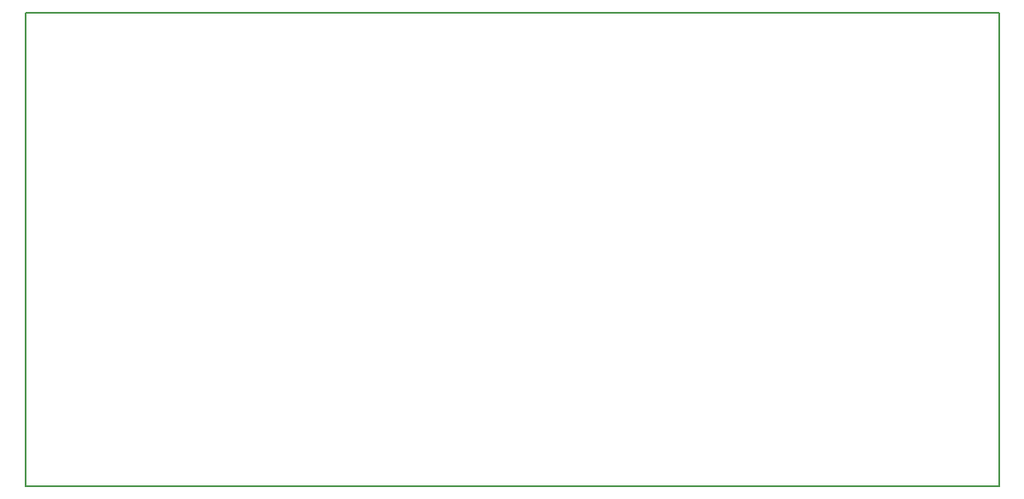
<source format=gbr>
G04 #@! TF.FileFunction,Other,User*
%FSLAX46Y46*%
G04 Gerber Fmt 4.6, Leading zero omitted, Abs format (unit mm)*
G04 Created by KiCad (PCBNEW 4.0.7) date Thursday, 12. October 2017 'u30' 16:30:57*
%MOMM*%
%LPD*%
G01*
G04 APERTURE LIST*
%ADD10C,0.100000*%
%ADD11C,0.200000*%
G04 APERTURE END LIST*
D10*
D11*
X166370000Y-90170000D02*
X69850000Y-90170000D01*
X71120000Y-43180000D02*
X166370000Y-43180000D01*
X69850000Y-43180000D02*
X71120000Y-43180000D01*
X69850000Y-90170000D02*
X69850000Y-43180000D01*
X166370000Y-43180000D02*
X166370000Y-90170000D01*
M02*

</source>
